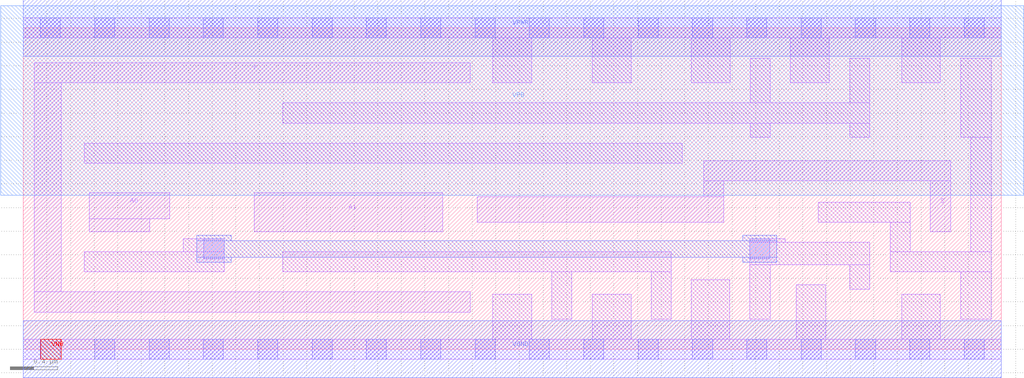
<source format=lef>
# Copyright 2020 The SkyWater PDK Authors
#
# Licensed under the Apache License, Version 2.0 (the "License");
# you may not use this file except in compliance with the License.
# You may obtain a copy of the License at
#
#     https://www.apache.org/licenses/LICENSE-2.0
#
# Unless required by applicable law or agreed to in writing, software
# distributed under the License is distributed on an "AS IS" BASIS,
# WITHOUT WARRANTIES OR CONDITIONS OF ANY KIND, either express or implied.
# See the License for the specific language governing permissions and
# limitations under the License.
#
# SPDX-License-Identifier: Apache-2.0

VERSION 5.7 ;
  NOWIREEXTENSIONATPIN ON ;
  DIVIDERCHAR "/" ;
  BUSBITCHARS "[]" ;
MACRO sky130_fd_sc_hd__mux2i_4
  CLASS CORE ;
  FOREIGN sky130_fd_sc_hd__mux2i_4 ;
  ORIGIN  0.000000  0.000000 ;
  SIZE  8.280000 BY  2.720000 ;
  SYMMETRY X Y R90 ;
  SITE unithd ;
  PIN A0
    ANTENNAGATEAREA  0.990000 ;
    DIRECTION INPUT ;
    USE SIGNAL ;
    PORT
      LAYER li1 ;
        RECT 0.560000 0.995000 1.070000 1.105000 ;
        RECT 0.560000 1.105000 1.240000 1.325000 ;
    END
  END A0
  PIN A1
    ANTENNAGATEAREA  0.990000 ;
    DIRECTION INPUT ;
    USE SIGNAL ;
    PORT
      LAYER li1 ;
        RECT 1.955000 0.995000 3.550000 1.325000 ;
    END
  END A1
  PIN S
    ANTENNAGATEAREA  1.237500 ;
    DIRECTION INPUT ;
    USE SIGNAL ;
    PORT
      LAYER li1 ;
        RECT 3.845000 1.075000 5.930000 1.290000 ;
        RECT 5.760000 1.290000 5.930000 1.425000 ;
        RECT 5.760000 1.425000 7.850000 1.595000 ;
        RECT 7.680000 0.995000 7.850000 1.425000 ;
    END
  END S
  PIN VNB
    PORT
      LAYER pwell ;
        RECT 0.150000 -0.085000 0.320000 0.085000 ;
    END
  END VNB
  PIN VPB
    PORT
      LAYER nwell ;
        RECT -0.190000 1.305000 8.470000 2.910000 ;
    END
  END VPB
  PIN Y
    ANTENNADIFFAREA  2.194500 ;
    DIRECTION OUTPUT ;
    USE SIGNAL ;
    PORT
      LAYER li1 ;
        RECT 0.095000 0.315000 3.785000 0.485000 ;
        RECT 0.095000 0.485000 0.320000 2.255000 ;
        RECT 0.095000 2.255000 3.785000 2.425000 ;
    END
  END Y
  PIN VGND
    DIRECTION INOUT ;
    SHAPE ABUTMENT ;
    USE GROUND ;
    PORT
      LAYER met1 ;
        RECT 0.000000 -0.240000 8.280000 0.240000 ;
    END
  END VGND
  PIN VPWR
    DIRECTION INOUT ;
    SHAPE ABUTMENT ;
    USE POWER ;
    PORT
      LAYER met1 ;
        RECT 0.000000 2.480000 8.280000 2.960000 ;
    END
  END VPWR
  OBS
    LAYER li1 ;
      RECT 0.000000 -0.085000 8.280000 0.085000 ;
      RECT 0.000000  2.635000 8.280000 2.805000 ;
      RECT 0.515000  0.655000 1.700000 0.825000 ;
      RECT 0.515000  1.575000 5.580000 1.745000 ;
      RECT 1.355000  0.825000 1.700000 0.935000 ;
      RECT 2.195000  0.655000 5.485000 0.825000 ;
      RECT 2.195000  1.915000 7.165000 2.085000 ;
      RECT 3.975000  0.085000 4.305000 0.465000 ;
      RECT 3.975000  2.255000 4.305000 2.635000 ;
      RECT 4.475000  0.255000 4.645000 0.655000 ;
      RECT 4.815000  0.085000 5.145000 0.465000 ;
      RECT 4.815000  2.255000 5.145000 2.635000 ;
      RECT 5.315000  0.255000 5.485000 0.655000 ;
      RECT 5.655000  0.085000 5.980000 0.590000 ;
      RECT 5.655000  2.255000 5.985000 2.635000 ;
      RECT 6.150000  0.255000 6.325000 0.715000 ;
      RECT 6.150000  0.715000 7.165000 0.905000 ;
      RECT 6.150000  0.905000 6.450000 0.935000 ;
      RECT 6.155000  1.795000 6.325000 1.915000 ;
      RECT 6.155000  2.085000 6.325000 2.465000 ;
      RECT 6.495000  2.255000 6.825000 2.635000 ;
      RECT 6.545000  0.085000 6.795000 0.545000 ;
      RECT 6.730000  1.075000 7.510000 1.245000 ;
      RECT 6.995000  0.510000 7.165000 0.715000 ;
      RECT 6.995000  1.795000 7.165000 1.915000 ;
      RECT 6.995000  2.085000 7.165000 2.465000 ;
      RECT 7.340000  0.655000 8.195000 0.825000 ;
      RECT 7.340000  0.825000 7.510000 1.075000 ;
      RECT 7.435000  0.085000 7.765000 0.465000 ;
      RECT 7.435000  2.255000 7.765000 2.635000 ;
      RECT 7.935000  0.255000 8.195000 0.655000 ;
      RECT 7.935000  1.795000 8.195000 2.465000 ;
      RECT 8.020000  0.825000 8.195000 1.795000 ;
    LAYER mcon ;
      RECT 0.145000 -0.085000 0.315000 0.085000 ;
      RECT 0.145000  2.635000 0.315000 2.805000 ;
      RECT 0.605000 -0.085000 0.775000 0.085000 ;
      RECT 0.605000  2.635000 0.775000 2.805000 ;
      RECT 1.065000 -0.085000 1.235000 0.085000 ;
      RECT 1.065000  2.635000 1.235000 2.805000 ;
      RECT 1.525000 -0.085000 1.695000 0.085000 ;
      RECT 1.525000  2.635000 1.695000 2.805000 ;
      RECT 1.530000  0.765000 1.700000 0.935000 ;
      RECT 1.985000 -0.085000 2.155000 0.085000 ;
      RECT 1.985000  2.635000 2.155000 2.805000 ;
      RECT 2.445000 -0.085000 2.615000 0.085000 ;
      RECT 2.445000  2.635000 2.615000 2.805000 ;
      RECT 2.905000 -0.085000 3.075000 0.085000 ;
      RECT 2.905000  2.635000 3.075000 2.805000 ;
      RECT 3.365000 -0.085000 3.535000 0.085000 ;
      RECT 3.365000  2.635000 3.535000 2.805000 ;
      RECT 3.825000 -0.085000 3.995000 0.085000 ;
      RECT 3.825000  2.635000 3.995000 2.805000 ;
      RECT 4.285000 -0.085000 4.455000 0.085000 ;
      RECT 4.285000  2.635000 4.455000 2.805000 ;
      RECT 4.745000 -0.085000 4.915000 0.085000 ;
      RECT 4.745000  2.635000 4.915000 2.805000 ;
      RECT 5.205000 -0.085000 5.375000 0.085000 ;
      RECT 5.205000  2.635000 5.375000 2.805000 ;
      RECT 5.665000 -0.085000 5.835000 0.085000 ;
      RECT 5.665000  2.635000 5.835000 2.805000 ;
      RECT 6.125000 -0.085000 6.295000 0.085000 ;
      RECT 6.125000  2.635000 6.295000 2.805000 ;
      RECT 6.150000  0.765000 6.320000 0.935000 ;
      RECT 6.585000 -0.085000 6.755000 0.085000 ;
      RECT 6.585000  2.635000 6.755000 2.805000 ;
      RECT 7.045000 -0.085000 7.215000 0.085000 ;
      RECT 7.045000  2.635000 7.215000 2.805000 ;
      RECT 7.505000 -0.085000 7.675000 0.085000 ;
      RECT 7.505000  2.635000 7.675000 2.805000 ;
      RECT 7.965000 -0.085000 8.135000 0.085000 ;
      RECT 7.965000  2.635000 8.135000 2.805000 ;
    LAYER met1 ;
      RECT 1.470000 0.735000 1.760000 0.780000 ;
      RECT 1.470000 0.780000 6.380000 0.920000 ;
      RECT 1.470000 0.920000 1.760000 0.965000 ;
      RECT 6.090000 0.735000 6.380000 0.780000 ;
      RECT 6.090000 0.920000 6.380000 0.965000 ;
  END
END sky130_fd_sc_hd__mux2i_4
END LIBRARY

</source>
